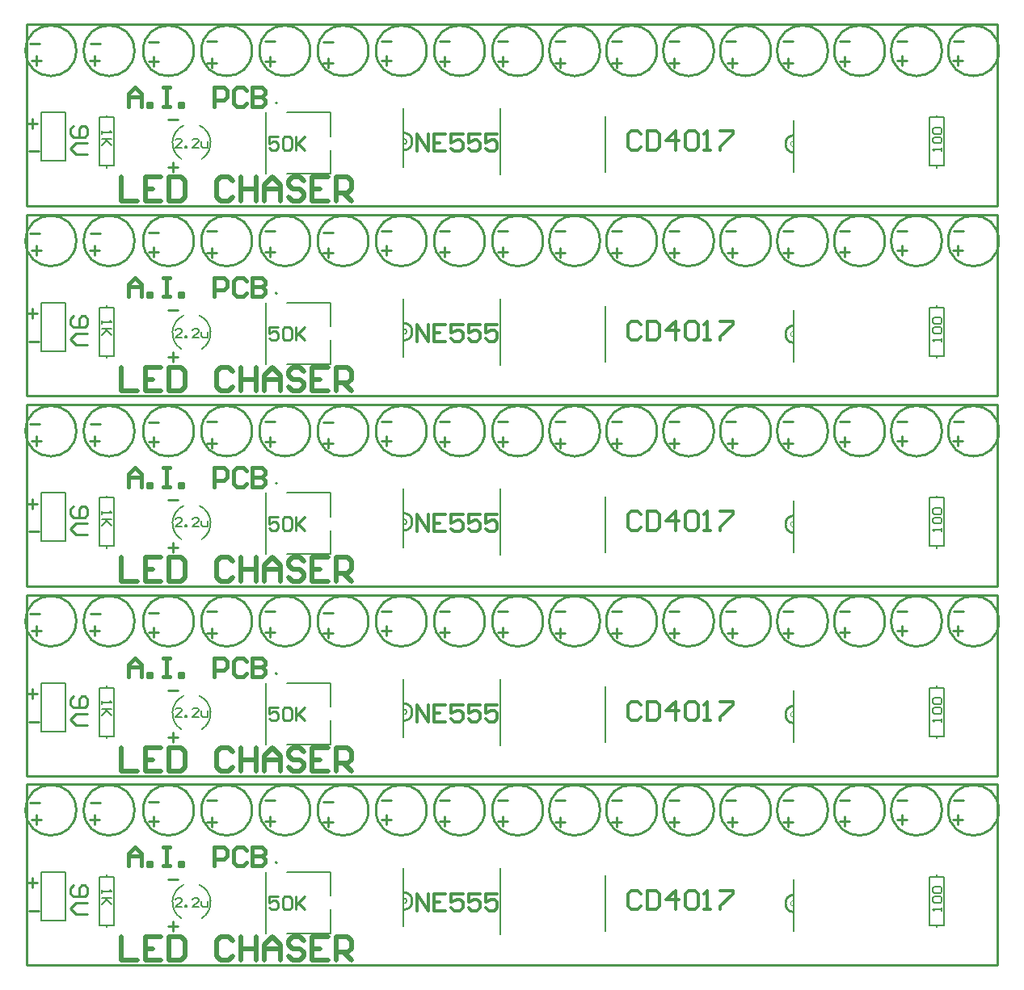
<source format=gto>
G04 Layer_Color=65535*
%FSLAX25Y25*%
%MOIN*%
G70*
G01*
G75*
%ADD21C,0.01000*%
%ADD22C,0.00787*%
%ADD23C,0.00000*%
%ADD24C,0.00600*%
%ADD25C,0.00500*%
%ADD26C,0.01181*%
%ADD27C,0.02165*%
%ADD28C,0.01575*%
D21*
X317500Y343500D02*
G03*
X314500Y340000I250J-3250D01*
G01*
D02*
G03*
X317500Y336500I3250J-250D01*
G01*
Y265000D02*
G03*
X314500Y261500I250J-3250D01*
G01*
D02*
G03*
X317500Y258000I3250J-250D01*
G01*
Y186500D02*
G03*
X314500Y183000I250J-3250D01*
G01*
D02*
G03*
X317500Y179500I3250J-250D01*
G01*
Y108000D02*
G03*
X314500Y104500I250J-3250D01*
G01*
D02*
G03*
X317500Y101000I3250J-250D01*
G01*
Y30000D02*
G03*
X314500Y26500I250J-3250D01*
G01*
D02*
G03*
X317500Y23000I3250J-250D01*
G01*
X157500Y24000D02*
G03*
X160500Y27500I-250J3250D01*
G01*
D02*
G03*
X157500Y31000I-3250J250D01*
G01*
Y102000D02*
G03*
X160500Y105500I-250J3250D01*
G01*
D02*
G03*
X157500Y109000I-3250J250D01*
G01*
Y180500D02*
G03*
X160500Y184000I-250J3250D01*
G01*
D02*
G03*
X157500Y187500I-3250J250D01*
G01*
Y259000D02*
G03*
X160500Y262500I-250J3250D01*
G01*
D02*
G03*
X157500Y266000I-3250J250D01*
G01*
X160500Y341000D02*
G03*
X157500Y344500I-3250J250D01*
G01*
Y337500D02*
G03*
X160500Y341000I-250J3250D01*
G01*
X21933Y378500D02*
G03*
X21933Y378500I-10433J0D01*
G01*
X45933D02*
G03*
X45933Y378500I-10433J0D01*
G01*
X70433D02*
G03*
X70433Y378500I-10433J0D01*
G01*
X94433D02*
G03*
X94433Y378500I-10433J0D01*
G01*
X118433D02*
G03*
X118433Y378500I-10433J0D01*
G01*
X142433D02*
G03*
X142433Y378500I-10433J0D01*
G01*
X166433D02*
G03*
X166433Y378500I-10433J0D01*
G01*
X190433D02*
G03*
X190433Y378500I-10433J0D01*
G01*
X214433D02*
G03*
X214433Y378500I-10433J0D01*
G01*
X237933D02*
G03*
X237933Y378500I-10433J0D01*
G01*
X261433D02*
G03*
X261433Y378500I-10433J0D01*
G01*
X284933D02*
G03*
X284933Y378500I-10433J0D01*
G01*
X308433D02*
G03*
X308433Y378500I-10433J0D01*
G01*
X331933D02*
G03*
X331933Y378500I-10433J0D01*
G01*
X355433D02*
G03*
X355433Y378500I-10433J0D01*
G01*
X378933D02*
G03*
X378933Y378500I-10433J0D01*
G01*
X402433D02*
G03*
X402433Y378500I-10433J0D01*
G01*
X21933Y300000D02*
G03*
X21933Y300000I-10433J0D01*
G01*
X45933D02*
G03*
X45933Y300000I-10433J0D01*
G01*
X70433D02*
G03*
X70433Y300000I-10433J0D01*
G01*
X94433D02*
G03*
X94433Y300000I-10433J0D01*
G01*
X118433D02*
G03*
X118433Y300000I-10433J0D01*
G01*
X142433D02*
G03*
X142433Y300000I-10433J0D01*
G01*
X166433D02*
G03*
X166433Y300000I-10433J0D01*
G01*
X190433D02*
G03*
X190433Y300000I-10433J0D01*
G01*
X214433D02*
G03*
X214433Y300000I-10433J0D01*
G01*
X237933D02*
G03*
X237933Y300000I-10433J0D01*
G01*
X261433D02*
G03*
X261433Y300000I-10433J0D01*
G01*
X284933D02*
G03*
X284933Y300000I-10433J0D01*
G01*
X308433D02*
G03*
X308433Y300000I-10433J0D01*
G01*
X331933D02*
G03*
X331933Y300000I-10433J0D01*
G01*
X355433D02*
G03*
X355433Y300000I-10433J0D01*
G01*
X378933D02*
G03*
X378933Y300000I-10433J0D01*
G01*
X402433D02*
G03*
X402433Y300000I-10433J0D01*
G01*
X21933Y221500D02*
G03*
X21933Y221500I-10433J0D01*
G01*
X45933D02*
G03*
X45933Y221500I-10433J0D01*
G01*
X70433D02*
G03*
X70433Y221500I-10433J0D01*
G01*
X94433D02*
G03*
X94433Y221500I-10433J0D01*
G01*
X118433D02*
G03*
X118433Y221500I-10433J0D01*
G01*
X142433D02*
G03*
X142433Y221500I-10433J0D01*
G01*
X166433D02*
G03*
X166433Y221500I-10433J0D01*
G01*
X190433D02*
G03*
X190433Y221500I-10433J0D01*
G01*
X214433D02*
G03*
X214433Y221500I-10433J0D01*
G01*
X237933D02*
G03*
X237933Y221500I-10433J0D01*
G01*
X261433D02*
G03*
X261433Y221500I-10433J0D01*
G01*
X284933D02*
G03*
X284933Y221500I-10433J0D01*
G01*
X308433D02*
G03*
X308433Y221500I-10433J0D01*
G01*
X331933D02*
G03*
X331933Y221500I-10433J0D01*
G01*
X355433D02*
G03*
X355433Y221500I-10433J0D01*
G01*
X378933D02*
G03*
X378933Y221500I-10433J0D01*
G01*
X402433D02*
G03*
X402433Y221500I-10433J0D01*
G01*
X21933Y143000D02*
G03*
X21933Y143000I-10433J0D01*
G01*
X45933D02*
G03*
X45933Y143000I-10433J0D01*
G01*
X70433D02*
G03*
X70433Y143000I-10433J0D01*
G01*
X94433D02*
G03*
X94433Y143000I-10433J0D01*
G01*
X118433D02*
G03*
X118433Y143000I-10433J0D01*
G01*
X142433D02*
G03*
X142433Y143000I-10433J0D01*
G01*
X166433D02*
G03*
X166433Y143000I-10433J0D01*
G01*
X190433D02*
G03*
X190433Y143000I-10433J0D01*
G01*
X214433D02*
G03*
X214433Y143000I-10433J0D01*
G01*
X237933D02*
G03*
X237933Y143000I-10433J0D01*
G01*
X261433D02*
G03*
X261433Y143000I-10433J0D01*
G01*
X284933D02*
G03*
X284933Y143000I-10433J0D01*
G01*
X308433D02*
G03*
X308433Y143000I-10433J0D01*
G01*
X331933D02*
G03*
X331933Y143000I-10433J0D01*
G01*
X355433D02*
G03*
X355433Y143000I-10433J0D01*
G01*
X378933D02*
G03*
X378933Y143000I-10433J0D01*
G01*
X402433D02*
G03*
X402433Y143000I-10433J0D01*
G01*
X214433Y65000D02*
G03*
X214433Y65000I-10433J0D01*
G01*
X190433D02*
G03*
X190433Y65000I-10433J0D01*
G01*
X166433D02*
G03*
X166433Y65000I-10433J0D01*
G01*
X142433D02*
G03*
X142433Y65000I-10433J0D01*
G01*
X118433D02*
G03*
X118433Y65000I-10433J0D01*
G01*
X94433D02*
G03*
X94433Y65000I-10433J0D01*
G01*
X70433D02*
G03*
X70433Y65000I-10433J0D01*
G01*
X45933D02*
G03*
X45933Y65000I-10433J0D01*
G01*
X21933D02*
G03*
X21933Y65000I-10433J0D01*
G01*
X402433D02*
G03*
X402433Y65000I-10433J0D01*
G01*
X378933D02*
G03*
X378933Y65000I-10433J0D01*
G01*
X355433D02*
G03*
X355433Y65000I-10433J0D01*
G01*
X331933D02*
G03*
X331933Y65000I-10433J0D01*
G01*
X308433D02*
G03*
X308433Y65000I-10433J0D01*
G01*
X284933D02*
G03*
X284933Y65000I-10433J0D01*
G01*
X261433D02*
G03*
X261433Y65000I-10433J0D01*
G01*
X237933D02*
G03*
X237933Y65000I-10433J0D01*
G01*
X1500Y314500D02*
Y389303D01*
X402000D01*
Y314500D02*
Y389303D01*
X1500Y314500D02*
X402000D01*
X1500Y236000D02*
Y310803D01*
X402000D01*
Y236000D02*
Y310803D01*
X1500Y236000D02*
X402000D01*
X1500Y157500D02*
Y232303D01*
X402000D01*
Y157500D02*
Y232303D01*
X1500Y157500D02*
X402000D01*
X1500Y79000D02*
Y153803D01*
X402000D01*
Y79000D02*
Y153803D01*
X1500Y79000D02*
X402000D01*
X1500Y1000D02*
X402000D01*
Y75803D01*
X1500D02*
X402000D01*
X1500Y1000D02*
Y75803D01*
X20681Y347500D02*
X19500Y346319D01*
Y343958D01*
X20681Y342777D01*
X25404D01*
X26584Y343958D01*
Y346319D01*
X25404Y347500D01*
X24223D01*
X23042Y346319D01*
Y342777D01*
X26584Y340416D02*
X21861D01*
X19500Y338054D01*
X21861Y335693D01*
X26584D01*
X105173Y343010D02*
X101500D01*
Y340255D01*
X103337Y341173D01*
X104255D01*
X105173Y340255D01*
Y338418D01*
X104255Y337500D01*
X102418D01*
X101500Y338418D01*
X107010Y342092D02*
X107928Y343010D01*
X109765D01*
X110683Y342092D01*
Y338418D01*
X109765Y337500D01*
X107928D01*
X107010Y338418D01*
Y342092D01*
X112520Y343010D02*
Y337500D01*
Y339337D01*
X116193Y343010D01*
X113438Y340255D01*
X116193Y337500D01*
X3500Y374499D02*
X7499D01*
X5499Y376498D02*
Y372500D01*
X27500Y374499D02*
X31499D01*
X29499Y376498D02*
Y372500D01*
X52000Y373999D02*
X55999D01*
X53999Y375998D02*
Y372000D01*
X76000Y373499D02*
X79999D01*
X77999Y375498D02*
Y371500D01*
X100000Y373999D02*
X103999D01*
X101999Y375998D02*
Y372000D01*
X124000Y373499D02*
X127999D01*
X125999Y375498D02*
Y371500D01*
X148000Y374499D02*
X151999D01*
X149999Y376498D02*
Y372500D01*
X172000Y373999D02*
X175999D01*
X173999Y375998D02*
Y372000D01*
X196000Y373999D02*
X199999D01*
X197999Y375998D02*
Y372000D01*
X219500Y373499D02*
X223499D01*
X221499Y375498D02*
Y371500D01*
X243000Y373499D02*
X246999D01*
X244999Y375498D02*
Y371500D01*
X266500Y373499D02*
X270499D01*
X268499Y375498D02*
Y371500D01*
X290500Y373499D02*
X294499D01*
X292499Y375498D02*
Y371500D01*
X313500Y373499D02*
X317499D01*
X315499Y375498D02*
Y371500D01*
X337000Y373999D02*
X340999D01*
X338999Y375998D02*
Y372000D01*
X360500Y374499D02*
X364499D01*
X362499Y376498D02*
Y372500D01*
X383500Y374499D02*
X387499D01*
X385499Y376498D02*
Y372500D01*
X60000Y330499D02*
X63999D01*
X61999Y332498D02*
Y328500D01*
X3000Y381499D02*
X6999D01*
X28000D02*
X31999D01*
X52000Y381999D02*
X55999D01*
X76000Y382499D02*
X79999D01*
X100000D02*
X103999D01*
X124000Y381999D02*
X127999D01*
X148000Y382499D02*
X151999D01*
X172000D02*
X175999D01*
X196000D02*
X199999D01*
X219500D02*
X223499D01*
X243000D02*
X246999D01*
X266500D02*
X270499D01*
X290000D02*
X293999D01*
X313500D02*
X317499D01*
X337000D02*
X340999D01*
X360500D02*
X364499D01*
X384000D02*
X387999D01*
X60000Y349999D02*
X63999D01*
X2000Y348499D02*
X5999D01*
X3999Y350498D02*
Y346500D01*
X2500Y336999D02*
X6499D01*
X20681Y269000D02*
X19500Y267819D01*
Y265458D01*
X20681Y264277D01*
X25404D01*
X26584Y265458D01*
Y267819D01*
X25404Y269000D01*
X24223D01*
X23042Y267819D01*
Y264277D01*
X26584Y261916D02*
X21861D01*
X19500Y259554D01*
X21861Y257193D01*
X26584D01*
X105173Y264510D02*
X101500D01*
Y261755D01*
X103337Y262673D01*
X104255D01*
X105173Y261755D01*
Y259918D01*
X104255Y259000D01*
X102418D01*
X101500Y259918D01*
X107010Y263592D02*
X107928Y264510D01*
X109765D01*
X110683Y263592D01*
Y259918D01*
X109765Y259000D01*
X107928D01*
X107010Y259918D01*
Y263592D01*
X112520Y264510D02*
Y259000D01*
Y260837D01*
X116193Y264510D01*
X113438Y261755D01*
X116193Y259000D01*
X3500Y295999D02*
X7499D01*
X5499Y297998D02*
Y294000D01*
X27500Y295999D02*
X31499D01*
X29499Y297998D02*
Y294000D01*
X52000Y295499D02*
X55999D01*
X53999Y297498D02*
Y293500D01*
X76000Y294999D02*
X79999D01*
X77999Y296998D02*
Y293000D01*
X100000Y295499D02*
X103999D01*
X101999Y297498D02*
Y293500D01*
X124000Y294999D02*
X127999D01*
X125999Y296998D02*
Y293000D01*
X148000Y295999D02*
X151999D01*
X149999Y297998D02*
Y294000D01*
X172000Y295499D02*
X175999D01*
X173999Y297498D02*
Y293500D01*
X196000Y295499D02*
X199999D01*
X197999Y297498D02*
Y293500D01*
X219500Y294999D02*
X223499D01*
X221499Y296998D02*
Y293000D01*
X243000Y294999D02*
X246999D01*
X244999Y296998D02*
Y293000D01*
X266500Y294999D02*
X270499D01*
X268499Y296998D02*
Y293000D01*
X290500Y294999D02*
X294499D01*
X292499Y296998D02*
Y293000D01*
X313500Y294999D02*
X317499D01*
X315499Y296998D02*
Y293000D01*
X337000Y295499D02*
X340999D01*
X338999Y297498D02*
Y293500D01*
X360500Y295999D02*
X364499D01*
X362499Y297998D02*
Y294000D01*
X383500Y295999D02*
X387499D01*
X385499Y297998D02*
Y294000D01*
X60000Y251999D02*
X63999D01*
X61999Y253998D02*
Y250000D01*
X3000Y302999D02*
X6999D01*
X28000D02*
X31999D01*
X52000Y303499D02*
X55999D01*
X76000Y303999D02*
X79999D01*
X100000D02*
X103999D01*
X124000Y303499D02*
X127999D01*
X148000Y303999D02*
X151999D01*
X172000D02*
X175999D01*
X196000D02*
X199999D01*
X219500D02*
X223499D01*
X243000D02*
X246999D01*
X266500D02*
X270499D01*
X290000D02*
X293999D01*
X313500D02*
X317499D01*
X337000D02*
X340999D01*
X360500D02*
X364499D01*
X384000D02*
X387999D01*
X60000Y271499D02*
X63999D01*
X2000Y269999D02*
X5999D01*
X3999Y271998D02*
Y268000D01*
X2500Y258499D02*
X6499D01*
X20681Y190500D02*
X19500Y189319D01*
Y186958D01*
X20681Y185777D01*
X25404D01*
X26584Y186958D01*
Y189319D01*
X25404Y190500D01*
X24223D01*
X23042Y189319D01*
Y185777D01*
X26584Y183416D02*
X21861D01*
X19500Y181054D01*
X21861Y178693D01*
X26584D01*
X105173Y186010D02*
X101500D01*
Y183255D01*
X103337Y184173D01*
X104255D01*
X105173Y183255D01*
Y181418D01*
X104255Y180500D01*
X102418D01*
X101500Y181418D01*
X107010Y185092D02*
X107928Y186010D01*
X109765D01*
X110683Y185092D01*
Y181418D01*
X109765Y180500D01*
X107928D01*
X107010Y181418D01*
Y185092D01*
X112520Y186010D02*
Y180500D01*
Y182337D01*
X116193Y186010D01*
X113438Y183255D01*
X116193Y180500D01*
X3500Y217499D02*
X7499D01*
X5499Y219498D02*
Y215500D01*
X27500Y217499D02*
X31499D01*
X29499Y219498D02*
Y215500D01*
X52000Y216999D02*
X55999D01*
X53999Y218998D02*
Y215000D01*
X76000Y216499D02*
X79999D01*
X77999Y218498D02*
Y214500D01*
X100000Y216999D02*
X103999D01*
X101999Y218998D02*
Y215000D01*
X124000Y216499D02*
X127999D01*
X125999Y218498D02*
Y214500D01*
X148000Y217499D02*
X151999D01*
X149999Y219498D02*
Y215500D01*
X172000Y216999D02*
X175999D01*
X173999Y218998D02*
Y215000D01*
X196000Y216999D02*
X199999D01*
X197999Y218998D02*
Y215000D01*
X219500Y216499D02*
X223499D01*
X221499Y218498D02*
Y214500D01*
X243000Y216499D02*
X246999D01*
X244999Y218498D02*
Y214500D01*
X266500Y216499D02*
X270499D01*
X268499Y218498D02*
Y214500D01*
X290500Y216499D02*
X294499D01*
X292499Y218498D02*
Y214500D01*
X313500Y216499D02*
X317499D01*
X315499Y218498D02*
Y214500D01*
X337000Y216999D02*
X340999D01*
X338999Y218998D02*
Y215000D01*
X360500Y217499D02*
X364499D01*
X362499Y219498D02*
Y215500D01*
X383500Y217499D02*
X387499D01*
X385499Y219498D02*
Y215500D01*
X60000Y173499D02*
X63999D01*
X61999Y175498D02*
Y171500D01*
X3000Y224499D02*
X6999D01*
X28000D02*
X31999D01*
X52000Y224999D02*
X55999D01*
X76000Y225499D02*
X79999D01*
X100000D02*
X103999D01*
X124000Y224999D02*
X127999D01*
X148000Y225499D02*
X151999D01*
X172000D02*
X175999D01*
X196000D02*
X199999D01*
X219500D02*
X223499D01*
X243000D02*
X246999D01*
X266500D02*
X270499D01*
X290000D02*
X293999D01*
X313500D02*
X317499D01*
X337000D02*
X340999D01*
X360500D02*
X364499D01*
X384000D02*
X387999D01*
X60000Y192999D02*
X63999D01*
X2000Y191499D02*
X5999D01*
X3999Y193498D02*
Y189500D01*
X2500Y179999D02*
X6499D01*
X20681Y112000D02*
X19500Y110819D01*
Y108458D01*
X20681Y107277D01*
X25404D01*
X26584Y108458D01*
Y110819D01*
X25404Y112000D01*
X24223D01*
X23042Y110819D01*
Y107277D01*
X26584Y104916D02*
X21861D01*
X19500Y102554D01*
X21861Y100193D01*
X26584D01*
X105173Y107510D02*
X101500D01*
Y104755D01*
X103337Y105673D01*
X104255D01*
X105173Y104755D01*
Y102918D01*
X104255Y102000D01*
X102418D01*
X101500Y102918D01*
X107010Y106592D02*
X107928Y107510D01*
X109765D01*
X110683Y106592D01*
Y102918D01*
X109765Y102000D01*
X107928D01*
X107010Y102918D01*
Y106592D01*
X112520Y107510D02*
Y102000D01*
Y103837D01*
X116193Y107510D01*
X113438Y104755D01*
X116193Y102000D01*
X3500Y138999D02*
X7499D01*
X5499Y140998D02*
Y137000D01*
X27500Y138999D02*
X31499D01*
X29499Y140998D02*
Y137000D01*
X52000Y138499D02*
X55999D01*
X53999Y140498D02*
Y136500D01*
X76000Y137999D02*
X79999D01*
X77999Y139998D02*
Y136000D01*
X100000Y138499D02*
X103999D01*
X101999Y140498D02*
Y136500D01*
X124000Y137999D02*
X127999D01*
X125999Y139998D02*
Y136000D01*
X148000Y138999D02*
X151999D01*
X149999Y140998D02*
Y137000D01*
X172000Y138499D02*
X175999D01*
X173999Y140498D02*
Y136500D01*
X196000Y138499D02*
X199999D01*
X197999Y140498D02*
Y136500D01*
X219500Y137999D02*
X223499D01*
X221499Y139998D02*
Y136000D01*
X243000Y137999D02*
X246999D01*
X244999Y139998D02*
Y136000D01*
X266500Y137999D02*
X270499D01*
X268499Y139998D02*
Y136000D01*
X290500Y137999D02*
X294499D01*
X292499Y139998D02*
Y136000D01*
X313500Y137999D02*
X317499D01*
X315499Y139998D02*
Y136000D01*
X337000Y138499D02*
X340999D01*
X338999Y140498D02*
Y136500D01*
X360500Y138999D02*
X364499D01*
X362499Y140998D02*
Y137000D01*
X383500Y138999D02*
X387499D01*
X385499Y140998D02*
Y137000D01*
X60000Y94999D02*
X63999D01*
X61999Y96998D02*
Y93000D01*
X3000Y145999D02*
X6999D01*
X28000D02*
X31999D01*
X52000Y146499D02*
X55999D01*
X76000Y146999D02*
X79999D01*
X100000D02*
X103999D01*
X124000Y146499D02*
X127999D01*
X148000Y146999D02*
X151999D01*
X172000D02*
X175999D01*
X196000D02*
X199999D01*
X219500D02*
X223499D01*
X243000D02*
X246999D01*
X266500D02*
X270499D01*
X290000D02*
X293999D01*
X313500D02*
X317499D01*
X337000D02*
X340999D01*
X360500D02*
X364499D01*
X384000D02*
X387999D01*
X60000Y114499D02*
X63999D01*
X2000Y112999D02*
X5999D01*
X3999Y114998D02*
Y111000D01*
X2500Y101499D02*
X6499D01*
X2500Y23499D02*
X6499D01*
X2000Y34999D02*
X5999D01*
X3999Y36998D02*
Y33000D01*
X60000Y36499D02*
X63999D01*
X384000Y68999D02*
X387999D01*
X360500D02*
X364499D01*
X337000D02*
X340999D01*
X313500D02*
X317499D01*
X290000D02*
X293999D01*
X266500D02*
X270499D01*
X243000D02*
X246999D01*
X219500D02*
X223499D01*
X196000D02*
X199999D01*
X172000D02*
X175999D01*
X148000D02*
X151999D01*
X124000Y68499D02*
X127999D01*
X100000Y68999D02*
X103999D01*
X76000D02*
X79999D01*
X52000Y68499D02*
X55999D01*
X28000Y67999D02*
X31999D01*
X3000D02*
X6999D01*
X60000Y16999D02*
X63999D01*
X61999Y18998D02*
Y15000D01*
X383500Y60999D02*
X387499D01*
X385499Y62998D02*
Y59000D01*
X360500Y60999D02*
X364499D01*
X362499Y62998D02*
Y59000D01*
X337000Y60499D02*
X340999D01*
X338999Y62498D02*
Y58500D01*
X313500Y59999D02*
X317499D01*
X315499Y61998D02*
Y58000D01*
X290500Y59999D02*
X294499D01*
X292499Y61998D02*
Y58000D01*
X266500Y59999D02*
X270499D01*
X268499Y61998D02*
Y58000D01*
X243000Y59999D02*
X246999D01*
X244999Y61998D02*
Y58000D01*
X219500Y59999D02*
X223499D01*
X221499Y61998D02*
Y58000D01*
X196000Y60499D02*
X199999D01*
X197999Y62498D02*
Y58500D01*
X172000Y60499D02*
X175999D01*
X173999Y62498D02*
Y58500D01*
X148000Y60999D02*
X151999D01*
X149999Y62998D02*
Y59000D01*
X124000Y59999D02*
X127999D01*
X125999Y61998D02*
Y58000D01*
X100000Y60499D02*
X103999D01*
X101999Y62498D02*
Y58500D01*
X76000Y59999D02*
X79999D01*
X77999Y61998D02*
Y58000D01*
X52000Y60499D02*
X55999D01*
X53999Y62498D02*
Y58500D01*
X27500Y60999D02*
X31499D01*
X29499Y62998D02*
Y59000D01*
X3500Y60999D02*
X7499D01*
X5499Y62998D02*
Y59000D01*
X105173Y29510D02*
X101500D01*
Y26755D01*
X103337Y27673D01*
X104255D01*
X105173Y26755D01*
Y24918D01*
X104255Y24000D01*
X102418D01*
X101500Y24918D01*
X107010Y28592D02*
X107928Y29510D01*
X109765D01*
X110683Y28592D01*
Y24918D01*
X109765Y24000D01*
X107928D01*
X107010Y24918D01*
Y28592D01*
X112520Y29510D02*
Y24000D01*
Y25837D01*
X116193Y29510D01*
X113438Y26755D01*
X116193Y24000D01*
X20681Y34000D02*
X19500Y32819D01*
Y30458D01*
X20681Y29277D01*
X25404D01*
X26584Y30458D01*
Y32819D01*
X25404Y34000D01*
X24223D01*
X23042Y32819D01*
Y29277D01*
X26584Y26916D02*
X21861D01*
X19500Y24554D01*
X21861Y22193D01*
X26584D01*
D22*
X66226Y347661D02*
G03*
X65268Y333860I3274J-7161D01*
G01*
X73732D02*
G03*
X72774Y347661I-4232J6640D01*
G01*
X104894Y356878D02*
G03*
X104894Y356878I-394J0D01*
G01*
X66226Y269161D02*
G03*
X65268Y255360I3274J-7161D01*
G01*
X73732D02*
G03*
X72774Y269161I-4232J6640D01*
G01*
X104894Y278378D02*
G03*
X104894Y278378I-394J0D01*
G01*
X66226Y190661D02*
G03*
X65268Y176860I3274J-7161D01*
G01*
X73732D02*
G03*
X72774Y190661I-4232J6640D01*
G01*
X104894Y199878D02*
G03*
X104894Y199878I-394J0D01*
G01*
X66226Y112161D02*
G03*
X65268Y98360I3274J-7161D01*
G01*
X73732D02*
G03*
X72774Y112161I-4232J6640D01*
G01*
X104894Y121378D02*
G03*
X104894Y121378I-394J0D01*
G01*
X66226Y34161D02*
G03*
X65268Y20360I3274J-7161D01*
G01*
X73732D02*
G03*
X72774Y34161I-4232J6640D01*
G01*
X104894Y43378D02*
G03*
X104894Y43378I-394J0D01*
G01*
X34500Y331000D02*
X37500D01*
Y351000D01*
X31500D02*
X37500D01*
X31500Y331000D02*
Y351000D01*
Y331000D02*
X34500D01*
Y351000D02*
Y351900D01*
Y330100D02*
Y331000D01*
X377000D02*
X380000D01*
Y351000D01*
X374000D02*
X380000D01*
X374000Y331000D02*
Y351000D01*
Y331000D02*
X377000D01*
Y351000D02*
Y351900D01*
Y330100D02*
Y331000D01*
X7500Y333000D02*
X17500D01*
X7500D02*
Y353000D01*
X17500D01*
Y333000D02*
Y353000D01*
X34500Y252500D02*
X37500D01*
Y272500D01*
X31500D02*
X37500D01*
X31500Y252500D02*
Y272500D01*
Y252500D02*
X34500D01*
Y272500D02*
Y273400D01*
Y251600D02*
Y252500D01*
X377000D02*
X380000D01*
Y272500D01*
X374000D02*
X380000D01*
X374000Y252500D02*
Y272500D01*
Y252500D02*
X377000D01*
Y272500D02*
Y273400D01*
Y251600D02*
Y252500D01*
X7500Y254500D02*
X17500D01*
X7500D02*
Y274500D01*
X17500D01*
Y254500D02*
Y274500D01*
X34500Y174000D02*
X37500D01*
Y194000D01*
X31500D02*
X37500D01*
X31500Y174000D02*
Y194000D01*
Y174000D02*
X34500D01*
Y194000D02*
Y194900D01*
Y173100D02*
Y174000D01*
X377000D02*
X380000D01*
Y194000D01*
X374000D02*
X380000D01*
X374000Y174000D02*
Y194000D01*
Y174000D02*
X377000D01*
Y194000D02*
Y194900D01*
Y173100D02*
Y174000D01*
X7500Y176000D02*
X17500D01*
X7500D02*
Y196000D01*
X17500D01*
Y176000D02*
Y196000D01*
X34500Y95500D02*
X37500D01*
Y115500D01*
X31500D02*
X37500D01*
X31500Y95500D02*
Y115500D01*
Y95500D02*
X34500D01*
Y115500D02*
Y116400D01*
Y94600D02*
Y95500D01*
X377000D02*
X380000D01*
Y115500D01*
X374000D02*
X380000D01*
X374000Y95500D02*
Y115500D01*
Y95500D02*
X377000D01*
Y115500D02*
Y116400D01*
Y94600D02*
Y95500D01*
X7500Y97500D02*
X17500D01*
X7500D02*
Y117500D01*
X17500D01*
Y97500D02*
Y117500D01*
X377000Y17500D02*
X380000D01*
Y37500D01*
X374000D02*
X380000D01*
X374000Y17500D02*
Y37500D01*
Y17500D02*
X377000D01*
Y37500D02*
Y38400D01*
Y16600D02*
Y17500D01*
X7500Y19500D02*
X17500D01*
X7500D02*
Y39500D01*
X17500D01*
Y19500D02*
Y39500D01*
X34500Y17500D02*
X37500D01*
Y37500D01*
X31500D02*
X37500D01*
X31500Y17500D02*
Y37500D01*
Y17500D02*
X34500D01*
Y37500D02*
Y38400D01*
Y16600D02*
Y17500D01*
X32500Y345500D02*
Y344188D01*
Y344844D01*
X36436D01*
X35780Y345500D01*
X36436Y342220D02*
X32500D01*
X33812D01*
X36436Y339596D01*
X34468Y341564D01*
X32500Y339596D01*
X65493Y338500D02*
X63000D01*
X65493Y340993D01*
Y341616D01*
X64869Y342239D01*
X63623D01*
X63000Y341616D01*
X66739Y338500D02*
Y339123D01*
X67362D01*
Y338500D01*
X66739D01*
X72347D02*
X69855D01*
X72347Y340993D01*
Y341616D01*
X71724Y342239D01*
X70478D01*
X69855Y341616D01*
X73594Y340993D02*
Y339123D01*
X74217Y338500D01*
X76086D01*
Y340993D01*
X379000Y337000D02*
Y338312D01*
Y337656D01*
X375064D01*
X375720Y337000D01*
Y340280D02*
X375064Y340936D01*
Y342248D01*
X375720Y342904D01*
X378344D01*
X379000Y342248D01*
Y340936D01*
X378344Y340280D01*
X375720D01*
Y344215D02*
X375064Y344871D01*
Y346183D01*
X375720Y346839D01*
X378344D01*
X379000Y346183D01*
Y344871D01*
X378344Y344215D01*
X375720D01*
X32500Y267000D02*
Y265688D01*
Y266344D01*
X36436D01*
X35780Y267000D01*
X36436Y263720D02*
X32500D01*
X33812D01*
X36436Y261096D01*
X34468Y263064D01*
X32500Y261096D01*
X379000Y258500D02*
Y259812D01*
Y259156D01*
X375064D01*
X375720Y258500D01*
Y261780D02*
X375064Y262436D01*
Y263748D01*
X375720Y264404D01*
X378344D01*
X379000Y263748D01*
Y262436D01*
X378344Y261780D01*
X375720D01*
Y265716D02*
X375064Y266371D01*
Y267683D01*
X375720Y268339D01*
X378344D01*
X379000Y267683D01*
Y266371D01*
X378344Y265716D01*
X375720D01*
X32500Y188500D02*
Y187188D01*
Y187844D01*
X36436D01*
X35780Y188500D01*
X36436Y185220D02*
X32500D01*
X33812D01*
X36436Y182596D01*
X34468Y184564D01*
X32500Y182596D01*
X379000Y180000D02*
Y181312D01*
Y180656D01*
X375064D01*
X375720Y180000D01*
Y183280D02*
X375064Y183936D01*
Y185248D01*
X375720Y185904D01*
X378344D01*
X379000Y185248D01*
Y183936D01*
X378344Y183280D01*
X375720D01*
Y187215D02*
X375064Y187872D01*
Y189183D01*
X375720Y189839D01*
X378344D01*
X379000Y189183D01*
Y187872D01*
X378344Y187215D01*
X375720D01*
X32500Y110000D02*
Y108688D01*
Y109344D01*
X36436D01*
X35780Y110000D01*
X36436Y106720D02*
X32500D01*
X33812D01*
X36436Y104096D01*
X34468Y106064D01*
X32500Y104096D01*
X379000Y101500D02*
Y102812D01*
Y102156D01*
X375064D01*
X375720Y101500D01*
Y104780D02*
X375064Y105436D01*
Y106748D01*
X375720Y107404D01*
X378344D01*
X379000Y106748D01*
Y105436D01*
X378344Y104780D01*
X375720D01*
Y108715D02*
X375064Y109371D01*
Y110683D01*
X375720Y111339D01*
X378344D01*
X379000Y110683D01*
Y109371D01*
X378344Y108715D01*
X375720D01*
X379000Y23500D02*
Y24812D01*
Y24156D01*
X375064D01*
X375720Y23500D01*
Y26780D02*
X375064Y27436D01*
Y28748D01*
X375720Y29404D01*
X378344D01*
X379000Y28748D01*
Y27436D01*
X378344Y26780D01*
X375720D01*
Y30716D02*
X375064Y31372D01*
Y32683D01*
X375720Y33339D01*
X378344D01*
X379000Y32683D01*
Y31372D01*
X378344Y30716D01*
X375720D01*
X32500Y32000D02*
Y30688D01*
Y31344D01*
X36436D01*
X35780Y32000D01*
X36436Y28720D02*
X32500D01*
X33812D01*
X36436Y26096D01*
X34468Y28064D01*
X32500Y26096D01*
X65493Y103500D02*
X63000D01*
X65493Y105993D01*
Y106616D01*
X64869Y107239D01*
X63623D01*
X63000Y106616D01*
X66739Y103500D02*
Y104123D01*
X67362D01*
Y103500D01*
X66739D01*
X72347D02*
X69855D01*
X72347Y105993D01*
Y106616D01*
X71724Y107239D01*
X70478D01*
X69855Y106616D01*
X73594Y105993D02*
Y104123D01*
X74217Y103500D01*
X76086D01*
Y105993D01*
X65493Y182000D02*
X63000D01*
X65493Y184493D01*
Y185116D01*
X64869Y185739D01*
X63623D01*
X63000Y185116D01*
X66739Y182000D02*
Y182623D01*
X67362D01*
Y182000D01*
X66739D01*
X72347D02*
X69855D01*
X72347Y184493D01*
Y185116D01*
X71724Y185739D01*
X70478D01*
X69855Y185116D01*
X73594Y184493D02*
Y182623D01*
X74217Y182000D01*
X76086D01*
Y184493D01*
X65493Y260000D02*
X63000D01*
X65493Y262493D01*
Y263116D01*
X64869Y263739D01*
X63623D01*
X63000Y263116D01*
X66739Y260000D02*
Y260623D01*
X67362D01*
Y260000D01*
X66739D01*
X72347D02*
X69855D01*
X72347Y262493D01*
Y263116D01*
X71724Y263739D01*
X70478D01*
X69855Y263116D01*
X73594Y262493D02*
Y260623D01*
X74217Y260000D01*
X76086D01*
Y262493D01*
X65493Y25000D02*
X63000D01*
X65493Y27493D01*
Y28116D01*
X64869Y28739D01*
X63623D01*
X63000Y28116D01*
X66739Y25000D02*
Y25623D01*
X67362D01*
Y25000D01*
X66739D01*
X72347D02*
X69855D01*
X72347Y27493D01*
Y28116D01*
X71724Y28739D01*
X70478D01*
X69855Y28116D01*
X73594Y27493D02*
Y25623D01*
X74217Y25000D01*
X76086D01*
Y27493D01*
D23*
X317800Y341200D02*
G03*
X317800Y338800I0J-1200D01*
G01*
Y262700D02*
G03*
X317800Y260300I0J-1200D01*
G01*
Y184200D02*
G03*
X317800Y181800I0J-1200D01*
G01*
Y105700D02*
G03*
X317800Y103300I0J-1200D01*
G01*
Y27700D02*
G03*
X317800Y25300I0J-1200D01*
G01*
D24*
X157000Y339800D02*
G03*
X157000Y342200I0J1200D01*
G01*
Y261300D02*
G03*
X157000Y263700I0J1200D01*
G01*
Y182800D02*
G03*
X157000Y185200I0J1200D01*
G01*
Y104300D02*
G03*
X157000Y106700I0J1200D01*
G01*
Y26300D02*
G03*
X157000Y28700I0J1200D01*
G01*
X240200Y328500D02*
Y351500D01*
X317800Y328500D02*
Y338800D01*
Y341200D01*
Y349800D01*
X197000Y327300D02*
Y354700D01*
X157000Y342200D02*
Y354700D01*
Y339800D02*
Y342200D01*
Y330500D02*
Y339800D01*
X240200Y250000D02*
Y273000D01*
X317800Y250000D02*
Y260300D01*
Y262700D01*
Y271300D01*
X197000Y248800D02*
Y276200D01*
X157000Y263700D02*
Y276200D01*
Y261300D02*
Y263700D01*
Y252000D02*
Y261300D01*
X240200Y171500D02*
Y194500D01*
X317800Y171500D02*
Y181800D01*
Y184200D01*
Y192800D01*
X197000Y170300D02*
Y197700D01*
X157000Y185200D02*
Y197700D01*
Y182800D02*
Y185200D01*
Y173500D02*
Y182800D01*
X240200Y93000D02*
Y116000D01*
X317800Y93000D02*
Y103300D01*
Y105700D01*
Y114300D01*
X197000Y91800D02*
Y119200D01*
X157000Y106700D02*
Y119200D01*
Y104300D02*
Y106700D01*
Y95000D02*
Y104300D01*
X240200Y15000D02*
Y38000D01*
X317800Y15000D02*
Y25300D01*
Y27700D01*
Y36300D01*
X197000Y13800D02*
Y41200D01*
X157000Y28700D02*
Y41200D01*
Y26300D02*
Y28700D01*
Y17000D02*
Y26300D01*
D25*
X108713Y352941D02*
X126941D01*
Y343217D02*
Y352941D01*
Y327744D02*
Y337469D01*
X108713Y327744D02*
X126941D01*
X100287D02*
Y352941D01*
X108713Y274441D02*
X126941D01*
Y264717D02*
Y274441D01*
Y249244D02*
Y258969D01*
X108713Y249244D02*
X126941D01*
X100287D02*
Y274441D01*
X108713Y195941D02*
X126941D01*
Y186217D02*
Y195941D01*
Y170744D02*
Y180469D01*
X108713Y170744D02*
X126941D01*
X100287D02*
Y195941D01*
X108713Y117441D02*
X126941D01*
Y107717D02*
Y117441D01*
Y92244D02*
Y101969D01*
X108713Y92244D02*
X126941D01*
X100287D02*
Y117441D01*
X108713Y39441D02*
X126941D01*
Y29717D02*
Y39441D01*
Y14244D02*
Y23969D01*
X108713Y14244D02*
X126941D01*
X100287D02*
Y39441D01*
D26*
X162500Y337000D02*
Y344084D01*
X167223Y337000D01*
Y344084D01*
X174307D02*
X169584D01*
Y337000D01*
X174307D01*
X169584Y340542D02*
X171946D01*
X181392Y344084D02*
X176669D01*
Y340542D01*
X179030Y341723D01*
X180211D01*
X181392Y340542D01*
Y338181D01*
X180211Y337000D01*
X177849D01*
X176669Y338181D01*
X188476Y344084D02*
X183753D01*
Y340542D01*
X186114Y341723D01*
X187295D01*
X188476Y340542D01*
Y338181D01*
X187295Y337000D01*
X184934D01*
X183753Y338181D01*
X195560Y344084D02*
X190837D01*
Y340542D01*
X193199Y341723D01*
X194379D01*
X195560Y340542D01*
Y338181D01*
X194379Y337000D01*
X192018D01*
X190837Y338181D01*
X254748Y344060D02*
X253436Y345372D01*
X250812D01*
X249500Y344060D01*
Y338812D01*
X250812Y337500D01*
X253436D01*
X254748Y338812D01*
X257371Y345372D02*
Y337500D01*
X261307D01*
X262619Y338812D01*
Y344060D01*
X261307Y345372D01*
X257371D01*
X269179Y337500D02*
Y345372D01*
X265243Y341436D01*
X270491D01*
X273114Y344060D02*
X274426Y345372D01*
X277050D01*
X278362Y344060D01*
Y338812D01*
X277050Y337500D01*
X274426D01*
X273114Y338812D01*
Y344060D01*
X280986Y337500D02*
X283610D01*
X282298D01*
Y345372D01*
X280986Y344060D01*
X287545Y345372D02*
X292793D01*
Y344060D01*
X287545Y338812D01*
Y337500D01*
X162500Y258500D02*
Y265584D01*
X167223Y258500D01*
Y265584D01*
X174307D02*
X169584D01*
Y258500D01*
X174307D01*
X169584Y262042D02*
X171946D01*
X181392Y265584D02*
X176669D01*
Y262042D01*
X179030Y263223D01*
X180211D01*
X181392Y262042D01*
Y259681D01*
X180211Y258500D01*
X177849D01*
X176669Y259681D01*
X188476Y265584D02*
X183753D01*
Y262042D01*
X186114Y263223D01*
X187295D01*
X188476Y262042D01*
Y259681D01*
X187295Y258500D01*
X184934D01*
X183753Y259681D01*
X195560Y265584D02*
X190837D01*
Y262042D01*
X193199Y263223D01*
X194379D01*
X195560Y262042D01*
Y259681D01*
X194379Y258500D01*
X192018D01*
X190837Y259681D01*
X254748Y265560D02*
X253436Y266872D01*
X250812D01*
X249500Y265560D01*
Y260312D01*
X250812Y259000D01*
X253436D01*
X254748Y260312D01*
X257371Y266872D02*
Y259000D01*
X261307D01*
X262619Y260312D01*
Y265560D01*
X261307Y266872D01*
X257371D01*
X269179Y259000D02*
Y266872D01*
X265243Y262936D01*
X270491D01*
X273114Y265560D02*
X274426Y266872D01*
X277050D01*
X278362Y265560D01*
Y260312D01*
X277050Y259000D01*
X274426D01*
X273114Y260312D01*
Y265560D01*
X280986Y259000D02*
X283610D01*
X282298D01*
Y266872D01*
X280986Y265560D01*
X287545Y266872D02*
X292793D01*
Y265560D01*
X287545Y260312D01*
Y259000D01*
X162500Y180000D02*
Y187084D01*
X167223Y180000D01*
Y187084D01*
X174307D02*
X169584D01*
Y180000D01*
X174307D01*
X169584Y183542D02*
X171946D01*
X181392Y187084D02*
X176669D01*
Y183542D01*
X179030Y184723D01*
X180211D01*
X181392Y183542D01*
Y181181D01*
X180211Y180000D01*
X177849D01*
X176669Y181181D01*
X188476Y187084D02*
X183753D01*
Y183542D01*
X186114Y184723D01*
X187295D01*
X188476Y183542D01*
Y181181D01*
X187295Y180000D01*
X184934D01*
X183753Y181181D01*
X195560Y187084D02*
X190837D01*
Y183542D01*
X193199Y184723D01*
X194379D01*
X195560Y183542D01*
Y181181D01*
X194379Y180000D01*
X192018D01*
X190837Y181181D01*
X254748Y187060D02*
X253436Y188372D01*
X250812D01*
X249500Y187060D01*
Y181812D01*
X250812Y180500D01*
X253436D01*
X254748Y181812D01*
X257371Y188372D02*
Y180500D01*
X261307D01*
X262619Y181812D01*
Y187060D01*
X261307Y188372D01*
X257371D01*
X269179Y180500D02*
Y188372D01*
X265243Y184436D01*
X270491D01*
X273114Y187060D02*
X274426Y188372D01*
X277050D01*
X278362Y187060D01*
Y181812D01*
X277050Y180500D01*
X274426D01*
X273114Y181812D01*
Y187060D01*
X280986Y180500D02*
X283610D01*
X282298D01*
Y188372D01*
X280986Y187060D01*
X287545Y188372D02*
X292793D01*
Y187060D01*
X287545Y181812D01*
Y180500D01*
X162500Y101500D02*
Y108584D01*
X167223Y101500D01*
Y108584D01*
X174307D02*
X169584D01*
Y101500D01*
X174307D01*
X169584Y105042D02*
X171946D01*
X181392Y108584D02*
X176669D01*
Y105042D01*
X179030Y106223D01*
X180211D01*
X181392Y105042D01*
Y102681D01*
X180211Y101500D01*
X177849D01*
X176669Y102681D01*
X188476Y108584D02*
X183753D01*
Y105042D01*
X186114Y106223D01*
X187295D01*
X188476Y105042D01*
Y102681D01*
X187295Y101500D01*
X184934D01*
X183753Y102681D01*
X195560Y108584D02*
X190837D01*
Y105042D01*
X193199Y106223D01*
X194379D01*
X195560Y105042D01*
Y102681D01*
X194379Y101500D01*
X192018D01*
X190837Y102681D01*
X254748Y108560D02*
X253436Y109871D01*
X250812D01*
X249500Y108560D01*
Y103312D01*
X250812Y102000D01*
X253436D01*
X254748Y103312D01*
X257371Y109871D02*
Y102000D01*
X261307D01*
X262619Y103312D01*
Y108560D01*
X261307Y109871D01*
X257371D01*
X269179Y102000D02*
Y109871D01*
X265243Y105936D01*
X270491D01*
X273114Y108560D02*
X274426Y109871D01*
X277050D01*
X278362Y108560D01*
Y103312D01*
X277050Y102000D01*
X274426D01*
X273114Y103312D01*
Y108560D01*
X280986Y102000D02*
X283610D01*
X282298D01*
Y109871D01*
X280986Y108560D01*
X287545Y109871D02*
X292793D01*
Y108560D01*
X287545Y103312D01*
Y102000D01*
X254748Y30560D02*
X253436Y31872D01*
X250812D01*
X249500Y30560D01*
Y25312D01*
X250812Y24000D01*
X253436D01*
X254748Y25312D01*
X257371Y31872D02*
Y24000D01*
X261307D01*
X262619Y25312D01*
Y30560D01*
X261307Y31872D01*
X257371D01*
X269179Y24000D02*
Y31872D01*
X265243Y27936D01*
X270491D01*
X273114Y30560D02*
X274426Y31872D01*
X277050D01*
X278362Y30560D01*
Y25312D01*
X277050Y24000D01*
X274426D01*
X273114Y25312D01*
Y30560D01*
X280986Y24000D02*
X283610D01*
X282298D01*
Y31872D01*
X280986Y30560D01*
X287545Y31872D02*
X292793D01*
Y30560D01*
X287545Y25312D01*
Y24000D01*
X162500Y23500D02*
Y30584D01*
X167223Y23500D01*
Y30584D01*
X174307D02*
X169584D01*
Y23500D01*
X174307D01*
X169584Y27042D02*
X171946D01*
X181392Y30584D02*
X176669D01*
Y27042D01*
X179030Y28223D01*
X180211D01*
X181392Y27042D01*
Y24681D01*
X180211Y23500D01*
X177849D01*
X176669Y24681D01*
X188476Y30584D02*
X183753D01*
Y27042D01*
X186114Y28223D01*
X187295D01*
X188476Y27042D01*
Y24681D01*
X187295Y23500D01*
X184934D01*
X183753Y24681D01*
X195560Y30584D02*
X190837D01*
Y27042D01*
X193199Y28223D01*
X194379D01*
X195560Y27042D01*
Y24681D01*
X194379Y23500D01*
X192018D01*
X190837Y24681D01*
D27*
X40500Y326339D02*
Y316500D01*
X47060D01*
X56899Y326339D02*
X50339D01*
Y316500D01*
X56899D01*
X50339Y321420D02*
X53619D01*
X60179Y326339D02*
Y316500D01*
X65098D01*
X66738Y318140D01*
Y324699D01*
X65098Y326339D01*
X60179D01*
X86417Y324699D02*
X84777Y326339D01*
X81497D01*
X79857Y324699D01*
Y318140D01*
X81497Y316500D01*
X84777D01*
X86417Y318140D01*
X89697Y326339D02*
Y316500D01*
Y321420D01*
X96256D01*
Y326339D01*
Y316500D01*
X99536D02*
Y323060D01*
X102816Y326339D01*
X106096Y323060D01*
Y316500D01*
Y321420D01*
X99536D01*
X115935Y324699D02*
X114295Y326339D01*
X111015D01*
X109375Y324699D01*
Y323060D01*
X111015Y321420D01*
X114295D01*
X115935Y319780D01*
Y318140D01*
X114295Y316500D01*
X111015D01*
X109375Y318140D01*
X125774Y326339D02*
X119215D01*
Y316500D01*
X125774D01*
X119215Y321420D02*
X122494D01*
X129054Y316500D02*
Y326339D01*
X133974D01*
X135614Y324699D01*
Y321420D01*
X133974Y319780D01*
X129054D01*
X132334D02*
X135614Y316500D01*
X40500Y247839D02*
Y238000D01*
X47060D01*
X56899Y247839D02*
X50339D01*
Y238000D01*
X56899D01*
X50339Y242920D02*
X53619D01*
X60179Y247839D02*
Y238000D01*
X65098D01*
X66738Y239640D01*
Y246199D01*
X65098Y247839D01*
X60179D01*
X86417Y246199D02*
X84777Y247839D01*
X81497D01*
X79857Y246199D01*
Y239640D01*
X81497Y238000D01*
X84777D01*
X86417Y239640D01*
X89697Y247839D02*
Y238000D01*
Y242920D01*
X96256D01*
Y247839D01*
Y238000D01*
X99536D02*
Y244560D01*
X102816Y247839D01*
X106096Y244560D01*
Y238000D01*
Y242920D01*
X99536D01*
X115935Y246199D02*
X114295Y247839D01*
X111015D01*
X109375Y246199D01*
Y244560D01*
X111015Y242920D01*
X114295D01*
X115935Y241280D01*
Y239640D01*
X114295Y238000D01*
X111015D01*
X109375Y239640D01*
X125774Y247839D02*
X119215D01*
Y238000D01*
X125774D01*
X119215Y242920D02*
X122494D01*
X129054Y238000D02*
Y247839D01*
X133974D01*
X135614Y246199D01*
Y242920D01*
X133974Y241280D01*
X129054D01*
X132334D02*
X135614Y238000D01*
X40500Y169339D02*
Y159500D01*
X47060D01*
X56899Y169339D02*
X50339D01*
Y159500D01*
X56899D01*
X50339Y164420D02*
X53619D01*
X60179Y169339D02*
Y159500D01*
X65098D01*
X66738Y161140D01*
Y167700D01*
X65098Y169339D01*
X60179D01*
X86417Y167700D02*
X84777Y169339D01*
X81497D01*
X79857Y167700D01*
Y161140D01*
X81497Y159500D01*
X84777D01*
X86417Y161140D01*
X89697Y169339D02*
Y159500D01*
Y164420D01*
X96256D01*
Y169339D01*
Y159500D01*
X99536D02*
Y166060D01*
X102816Y169339D01*
X106096Y166060D01*
Y159500D01*
Y164420D01*
X99536D01*
X115935Y167700D02*
X114295Y169339D01*
X111015D01*
X109375Y167700D01*
Y166060D01*
X111015Y164420D01*
X114295D01*
X115935Y162780D01*
Y161140D01*
X114295Y159500D01*
X111015D01*
X109375Y161140D01*
X125774Y169339D02*
X119215D01*
Y159500D01*
X125774D01*
X119215Y164420D02*
X122494D01*
X129054Y159500D02*
Y169339D01*
X133974D01*
X135614Y167700D01*
Y164420D01*
X133974Y162780D01*
X129054D01*
X132334D02*
X135614Y159500D01*
X40500Y90839D02*
Y81000D01*
X47060D01*
X56899Y90839D02*
X50339D01*
Y81000D01*
X56899D01*
X50339Y85920D02*
X53619D01*
X60179Y90839D02*
Y81000D01*
X65098D01*
X66738Y82640D01*
Y89200D01*
X65098Y90839D01*
X60179D01*
X86417Y89200D02*
X84777Y90839D01*
X81497D01*
X79857Y89200D01*
Y82640D01*
X81497Y81000D01*
X84777D01*
X86417Y82640D01*
X89697Y90839D02*
Y81000D01*
Y85920D01*
X96256D01*
Y90839D01*
Y81000D01*
X99536D02*
Y87560D01*
X102816Y90839D01*
X106096Y87560D01*
Y81000D01*
Y85920D01*
X99536D01*
X115935Y89200D02*
X114295Y90839D01*
X111015D01*
X109375Y89200D01*
Y87560D01*
X111015Y85920D01*
X114295D01*
X115935Y84280D01*
Y82640D01*
X114295Y81000D01*
X111015D01*
X109375Y82640D01*
X125774Y90839D02*
X119215D01*
Y81000D01*
X125774D01*
X119215Y85920D02*
X122494D01*
X129054Y81000D02*
Y90839D01*
X133974D01*
X135614Y89200D01*
Y85920D01*
X133974Y84280D01*
X129054D01*
X132334D02*
X135614Y81000D01*
X40500Y12839D02*
Y3000D01*
X47060D01*
X56899Y12839D02*
X50339D01*
Y3000D01*
X56899D01*
X50339Y7920D02*
X53619D01*
X60179Y12839D02*
Y3000D01*
X65098D01*
X66738Y4640D01*
Y11199D01*
X65098Y12839D01*
X60179D01*
X86417Y11199D02*
X84777Y12839D01*
X81497D01*
X79857Y11199D01*
Y4640D01*
X81497Y3000D01*
X84777D01*
X86417Y4640D01*
X89697Y12839D02*
Y3000D01*
Y7920D01*
X96256D01*
Y12839D01*
Y3000D01*
X99536D02*
Y9560D01*
X102816Y12839D01*
X106096Y9560D01*
Y3000D01*
Y7920D01*
X99536D01*
X115935Y11199D02*
X114295Y12839D01*
X111015D01*
X109375Y11199D01*
Y9560D01*
X111015Y7920D01*
X114295D01*
X115935Y6280D01*
Y4640D01*
X114295Y3000D01*
X111015D01*
X109375Y4640D01*
X125774Y12839D02*
X119215D01*
Y3000D01*
X125774D01*
X119215Y7920D02*
X122494D01*
X129054Y3000D02*
Y12839D01*
X133974D01*
X135614Y11199D01*
Y7920D01*
X133974Y6280D01*
X129054D01*
X132334D02*
X135614Y3000D01*
D28*
X43500Y355500D02*
Y360748D01*
X46124Y363371D01*
X48748Y360748D01*
Y355500D01*
Y359436D01*
X43500D01*
X51372Y355500D02*
Y356812D01*
X52683D01*
Y355500D01*
X51372D01*
X57931Y363371D02*
X60555D01*
X59243D01*
Y355500D01*
X57931D01*
X60555D01*
X64491D02*
Y356812D01*
X65803D01*
Y355500D01*
X64491D01*
X78922D02*
Y363371D01*
X82857D01*
X84169Y362060D01*
Y359436D01*
X82857Y358124D01*
X78922D01*
X92041Y362060D02*
X90729Y363371D01*
X88105D01*
X86793Y362060D01*
Y356812D01*
X88105Y355500D01*
X90729D01*
X92041Y356812D01*
X94665Y363371D02*
Y355500D01*
X98600D01*
X99912Y356812D01*
Y358124D01*
X98600Y359436D01*
X94665D01*
X98600D01*
X99912Y360748D01*
Y362060D01*
X98600Y363371D01*
X94665D01*
X43500Y277000D02*
Y282248D01*
X46124Y284872D01*
X48748Y282248D01*
Y277000D01*
Y280936D01*
X43500D01*
X51372Y277000D02*
Y278312D01*
X52683D01*
Y277000D01*
X51372D01*
X57931Y284872D02*
X60555D01*
X59243D01*
Y277000D01*
X57931D01*
X60555D01*
X64491D02*
Y278312D01*
X65803D01*
Y277000D01*
X64491D01*
X78922D02*
Y284872D01*
X82857D01*
X84169Y283560D01*
Y280936D01*
X82857Y279624D01*
X78922D01*
X92041Y283560D02*
X90729Y284872D01*
X88105D01*
X86793Y283560D01*
Y278312D01*
X88105Y277000D01*
X90729D01*
X92041Y278312D01*
X94665Y284872D02*
Y277000D01*
X98600D01*
X99912Y278312D01*
Y279624D01*
X98600Y280936D01*
X94665D01*
X98600D01*
X99912Y282248D01*
Y283560D01*
X98600Y284872D01*
X94665D01*
X43500Y198500D02*
Y203748D01*
X46124Y206371D01*
X48748Y203748D01*
Y198500D01*
Y202436D01*
X43500D01*
X51372Y198500D02*
Y199812D01*
X52683D01*
Y198500D01*
X51372D01*
X57931Y206371D02*
X60555D01*
X59243D01*
Y198500D01*
X57931D01*
X60555D01*
X64491D02*
Y199812D01*
X65803D01*
Y198500D01*
X64491D01*
X78922D02*
Y206371D01*
X82857D01*
X84169Y205060D01*
Y202436D01*
X82857Y201124D01*
X78922D01*
X92041Y205060D02*
X90729Y206371D01*
X88105D01*
X86793Y205060D01*
Y199812D01*
X88105Y198500D01*
X90729D01*
X92041Y199812D01*
X94665Y206371D02*
Y198500D01*
X98600D01*
X99912Y199812D01*
Y201124D01*
X98600Y202436D01*
X94665D01*
X98600D01*
X99912Y203748D01*
Y205060D01*
X98600Y206371D01*
X94665D01*
X43500Y120000D02*
Y125248D01*
X46124Y127872D01*
X48748Y125248D01*
Y120000D01*
Y123936D01*
X43500D01*
X51372Y120000D02*
Y121312D01*
X52683D01*
Y120000D01*
X51372D01*
X57931Y127872D02*
X60555D01*
X59243D01*
Y120000D01*
X57931D01*
X60555D01*
X64491D02*
Y121312D01*
X65803D01*
Y120000D01*
X64491D01*
X78922D02*
Y127872D01*
X82857D01*
X84169Y126560D01*
Y123936D01*
X82857Y122624D01*
X78922D01*
X92041Y126560D02*
X90729Y127872D01*
X88105D01*
X86793Y126560D01*
Y121312D01*
X88105Y120000D01*
X90729D01*
X92041Y121312D01*
X94665Y127872D02*
Y120000D01*
X98600D01*
X99912Y121312D01*
Y122624D01*
X98600Y123936D01*
X94665D01*
X98600D01*
X99912Y125248D01*
Y126560D01*
X98600Y127872D01*
X94665D01*
X43500Y42000D02*
Y47248D01*
X46124Y49872D01*
X48748Y47248D01*
Y42000D01*
Y45936D01*
X43500D01*
X51372Y42000D02*
Y43312D01*
X52683D01*
Y42000D01*
X51372D01*
X57931Y49872D02*
X60555D01*
X59243D01*
Y42000D01*
X57931D01*
X60555D01*
X64491D02*
Y43312D01*
X65803D01*
Y42000D01*
X64491D01*
X78922D02*
Y49872D01*
X82857D01*
X84169Y48560D01*
Y45936D01*
X82857Y44624D01*
X78922D01*
X92041Y48560D02*
X90729Y49872D01*
X88105D01*
X86793Y48560D01*
Y43312D01*
X88105Y42000D01*
X90729D01*
X92041Y43312D01*
X94665Y49872D02*
Y42000D01*
X98600D01*
X99912Y43312D01*
Y44624D01*
X98600Y45936D01*
X94665D01*
X98600D01*
X99912Y47248D01*
Y48560D01*
X98600Y49872D01*
X94665D01*
M02*

</source>
